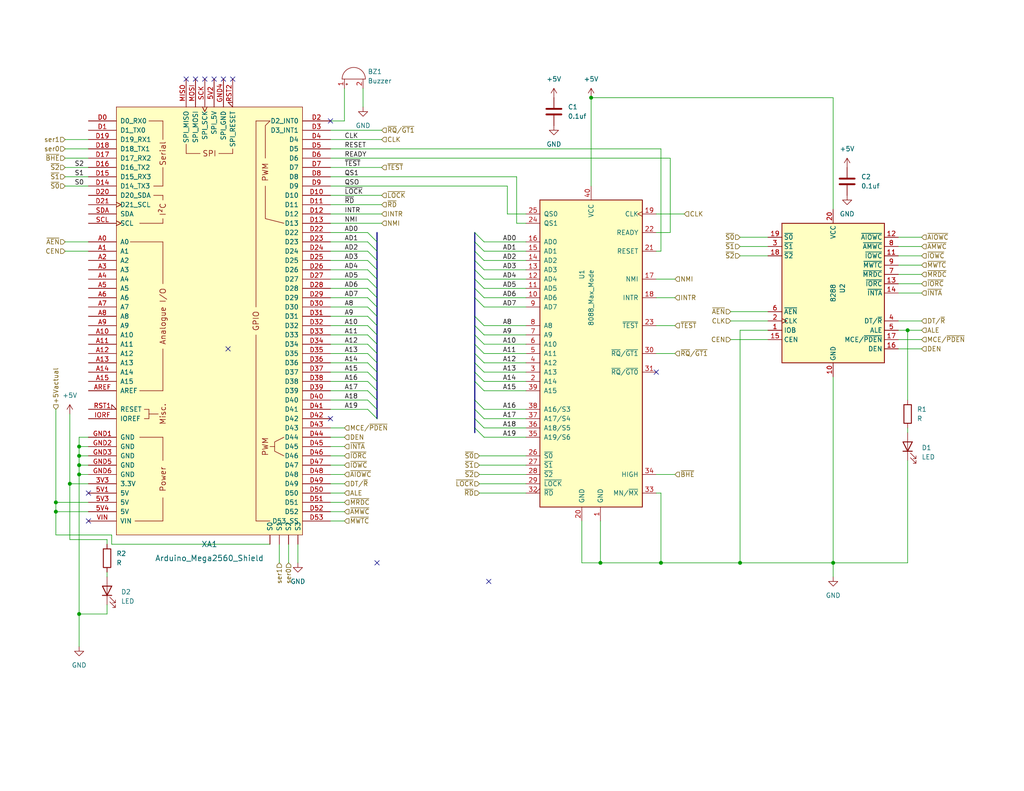
<source format=kicad_sch>
(kicad_sch (version 20211123) (generator eeschema)
  (paper "USLetter")
  (title_block (title "Arduino8088") (date "2024-05-07") (rev "v1.1"))
  (lib_symbols
    (symbol "Arduino_Library:Arduino_Mega2560_Shield" (pin_names (offset 1.016))
      (property "Reference" "XA1" (at 0 -60.96 0))
      (property "Value" "Arduino_Mega2560_Shield" (at 0 -64.77 0))
      (symbol "Arduino_Mega2560_Shield_0_0"
        (text "Analogue I/O" (at -12.7 1.27 900) (effects (font (size 1.524 1.524))))
        (text "I²C" (at -12.7 30.48 900) (effects (font (size 1.524 1.524))))
        (text "Misc." (at -12.7 -25.4 900) (effects (font (size 1.524 1.524))))
        (text "Power" (at -12.7 -43.18 900) (effects (font (size 1.524 1.524))))
        (text "PWM" (at 15.24 -34.29 900) (effects (font (size 1.524 1.524))))
        (text "PWM" (at 15.24 40.64 900) (effects (font (size 1.524 1.524))))
        (text "Serial" (at -12.7 45.72 900) (effects (font (size 1.524 1.524))))
        (text "SPI" (at 0 45.72 0) (effects (font (size 1.524 1.524))))
      )
      (symbol "Arduino_Mega2560_Shield_1_0"
        (text "GPIO" (at 12.7 0 900) (effects (font (size 1.524 1.524))))
      )
      (symbol "Arduino_Mega2560_Shield_1_1"
        (pin power_in line (at 16.51 -60.96 90) (length 2.54) (name "S0") (number ""))
        (pin bidirectional line (at 19.05 -60.96 90) (length 2.54) (name "S1") (number ""))
        (pin bidirectional line (at 21.59 -60.96 90) (length 2.54) (name "S2") (number ""))
        (pin power_in line (at 24.13 -60.96 90) (length 2.54) (name "S3") (number ""))
        (pin power_out line (at -33.02 -44.45 0) (length 7.62) (name "3.3V") (number "3V3"))
        (pin power_in line (at -33.02 -46.99 0) (length 7.62) (name "5V") (number "5V1"))
        (pin power_in line (at 1.27 66.04 270) (length 7.62) (name "SPI_5V") (number "5V2"))
        (pin power_in line (at -33.02 -49.53 0) (length 7.62) (name "5V") (number "5V3"))
        (pin power_in line (at -33.02 -52.07 0) (length 7.62) (name "5V") (number "5V4"))
        (pin bidirectional line (at -33.02 21.59 0) (length 7.62) (name "A0") (number "A0"))
        (pin bidirectional line (at -33.02 19.05 0) (length 7.62) (name "A1") (number "A1"))
        (pin bidirectional line (at -33.02 -3.81 0) (length 7.62) (name "A10") (number "A10"))
        (pin bidirectional line (at -33.02 -6.35 0) (length 7.62) (name "A11") (number "A11"))
        (pin bidirectional line (at -33.02 -8.89 0) (length 7.62) (name "A12") (number "A12"))
        (pin bidirectional line (at -33.02 -11.43 0) (length 7.62) (name "A13") (number "A13"))
        (pin bidirectional line (at -33.02 -13.97 0) (length 7.62) (name "A14") (number "A14"))
        (pin bidirectional line (at -33.02 -16.51 0) (length 7.62) (name "A15") (number "A15"))
        (pin bidirectional line (at -33.02 16.51 0) (length 7.62) (name "A2") (number "A2"))
        (pin bidirectional line (at -33.02 13.97 0) (length 7.62) (name "A3") (number "A3"))
        (pin bidirectional line (at -33.02 11.43 0) (length 7.62) (name "A4") (number "A4"))
        (pin bidirectional line (at -33.02 8.89 0) (length 7.62) (name "A5") (number "A5"))
        (pin bidirectional line (at -33.02 6.35 0) (length 7.62) (name "A6") (number "A6"))
        (pin bidirectional line (at -33.02 3.81 0) (length 7.62) (name "A7") (number "A7"))
        (pin bidirectional line (at -33.02 1.27 0) (length 7.62) (name "A8") (number "A8"))
        (pin bidirectional line (at -33.02 -1.27 0) (length 7.62) (name "A9") (number "A9"))
        (pin input line (at -33.02 -19.05 0) (length 7.62) (name "AREF") (number "AREF"))
        (pin bidirectional line (at -33.02 54.61 0) (length 7.62) (name "D0_RX0") (number "D0"))
        (pin bidirectional line (at -33.02 52.07 0) (length 7.62) (name "D1_TX0") (number "D1"))
        (pin bidirectional line (at 33.02 34.29 180) (length 7.62) (name "D10") (number "D10"))
        (pin bidirectional line (at 33.02 31.75 180) (length 7.62) (name "D11") (number "D11"))
        (pin bidirectional line (at 33.02 29.21 180) (length 7.62) (name "D12") (number "D12"))
        (pin bidirectional line (at 33.02 26.67 180) (length 7.62) (name "D13") (number "D13"))
        (pin bidirectional line (at -33.02 36.83 0) (length 7.62) (name "D14_TX3") (number "D14"))
        (pin bidirectional line (at -33.02 39.37 0) (length 7.62) (name "D15_RX3") (number "D15"))
        (pin bidirectional line (at -33.02 41.91 0) (length 7.62) (name "D16_TX2") (number "D16"))
        (pin bidirectional line (at -33.02 44.45 0) (length 7.62) (name "D17_RX2") (number "D17"))
        (pin bidirectional line (at -33.02 46.99 0) (length 7.62) (name "D18_TX1") (number "D18"))
        (pin bidirectional line (at -33.02 49.53 0) (length 7.62) (name "D19_RX1") (number "D19"))
        (pin bidirectional line (at 33.02 54.61 180) (length 7.62) (name "D2_INT0") (number "D2"))
        (pin bidirectional line (at -33.02 34.29 0) (length 7.62) (name "D20_SDA") (number "D20"))
        (pin bidirectional clock (at -33.02 31.75 0) (length 7.62) (name "D21_SCL") (number "D21"))
        (pin bidirectional line (at 33.02 24.13 180) (length 7.62) (name "D22") (number "D22"))
        (pin bidirectional line (at 33.02 21.59 180) (length 7.62) (name "D23") (number "D23"))
        (pin bidirectional line (at 33.02 19.05 180) (length 7.62) (name "D24") (number "D24"))
        (pin bidirectional line (at 33.02 16.51 180) (length 7.62) (name "D25") (number "D25"))
        (pin bidirectional line (at 33.02 13.97 180) (length 7.62) (name "D26") (number "D26"))
        (pin bidirectional line (at 33.02 11.43 180) (length 7.62) (name "D27") (number "D27"))
        (pin bidirectional line (at 33.02 8.89 180) (length 7.62) (name "D28") (number "D28"))
        (pin bidirectional line (at 33.02 6.35 180) (length 7.62) (name "D29") (number "D29"))
        (pin bidirectional line (at 33.02 52.07 180) (length 7.62) (name "D3_INT1") (number "D3"))
        (pin bidirectional line (at 33.02 3.81 180) (length 7.62) (name "D30") (number "D30"))
        (pin bidirectional line (at 33.02 1.27 180) (length 7.62) (name "D31") (number "D31"))
        (pin bidirectional line (at 33.02 -1.27 180) (length 7.62) (name "D32") (number "D32"))
        (pin bidirectional line (at 33.02 -3.81 180) (length 7.62) (name "D33") (number "D33"))
        (pin bidirectional line (at 33.02 -6.35 180) (length 7.62) (name "D34") (number "D34"))
        (pin bidirectional line (at 33.02 -8.89 180) (length 7.62) (name "D35") (number "D35"))
        (pin bidirectional line (at 33.02 -11.43 180) (length 7.62) (name "D36") (number "D36"))
        (pin bidirectional line (at 33.02 -13.97 180) (length 7.62) (name "D37") (number "D37"))
        (pin bidirectional line (at 33.02 -16.51 180) (length 7.62) (name "D38") (number "D38"))
        (pin bidirectional line (at 33.02 -19.05 180) (length 7.62) (name "D39") (number "D39"))
        (pin bidirectional line (at 33.02 49.53 180) (length 7.62) (name "D4") (number "D4"))
        (pin bidirectional line (at 33.02 -21.59 180) (length 7.62) (name "D40") (number "D40"))
        (pin bidirectional line (at 33.02 -24.13 180) (length 7.62) (name "D41") (number "D41"))
        (pin bidirectional line (at 33.02 -26.67 180) (length 7.62) (name "D42") (number "D42"))
        (pin bidirectional line (at 33.02 -29.21 180) (length 7.62) (name "D43") (number "D43"))
        (pin bidirectional line (at 33.02 -31.75 180) (length 7.62) (name "D44") (number "D44"))
        (pin bidirectional line (at 33.02 -34.29 180) (length 7.62) (name "D45") (number "D45"))
        (pin bidirectional line (at 33.02 -36.83 180) (length 7.62) (name "D46") (number "D46"))
        (pin bidirectional line (at 33.02 -39.37 180) (length 7.62) (name "D47") (number "D47"))
        (pin bidirectional line (at 33.02 -41.91 180) (length 7.62) (name "D48") (number "D48"))
        (pin bidirectional line (at 33.02 -44.45 180) (length 7.62) (name "D49") (number "D49"))
        (pin bidirectional line (at 33.02 46.99 180) (length 7.62) (name "D5") (number "D5"))
        (pin bidirectional line (at 33.02 -46.99 180) (length 7.62) (name "D50") (number "D50"))
        (pin bidirectional line (at 33.02 -49.53 180) (length 7.62) (name "D51") (number "D51"))
        (pin bidirectional line (at 33.02 -52.07 180) (length 7.62) (name "D52") (number "D52"))
        (pin bidirectional line (at 33.02 -54.61 180) (length 7.62) (name "D53_SS") (number "D53"))
        (pin bidirectional line (at 33.02 44.45 180) (length 7.62) (name "D6") (number "D6"))
        (pin bidirectional line (at 33.02 41.91 180) (length 7.62) (name "D7") (number "D7"))
        (pin bidirectional line (at 33.02 39.37 180) (length 7.62) (name "D8") (number "D8"))
        (pin bidirectional line (at 33.02 36.83 180) (length 7.62) (name "D9") (number "D9"))
        (pin power_in line (at -33.02 -31.75 0) (length 7.62) (name "GND") (number "GND1"))
        (pin power_in line (at -33.02 -34.29 0) (length 7.62) (name "GND") (number "GND2"))
        (pin power_in line (at -33.02 -36.83 0) (length 7.62) (name "GND") (number "GND3"))
        (pin power_in line (at 3.81 66.04 270) (length 7.62) (name "SPI_GND") (number "GND4"))
        (pin power_in line (at -33.02 -39.37 0) (length 7.62) (name "GND") (number "GND5"))
        (pin power_in line (at -33.02 -41.91 0) (length 7.62) (name "GND") (number "GND6"))
        (pin output line (at -33.02 -26.67 0) (length 7.62) (name "IOREF") (number "IORF"))
        (pin input line (at -6.35 66.04 270) (length 7.62) (name "SPI_MISO") (number "MISO"))
        (pin output line (at -3.81 66.04 270) (length 7.62) (name "SPI_MOSI") (number "MOSI"))
        (pin open_collector input_low (at -33.02 -24.13 0) (length 7.62) (name "RESET") (number "RST1"))
        (pin open_collector input_low (at 6.35 66.04 270) (length 7.62) (name "SPI_RESET") (number "RST2"))
        (pin output clock (at -1.27 66.04 270) (length 7.62) (name "SPI_SCK") (number "SCK"))
        (pin bidirectional clock (at -33.02 26.67 0) (length 7.62) (name "SCL") (number "SCL"))
        (pin bidirectional line (at -33.02 29.21 0) (length 7.62) (name "SDA") (number "SDA"))
        (pin power_in line (at -33.02 -54.61 0) (length 7.62) (name "VIN") (number "VIN"))
      )
    )
    (symbol "Device:Buzzer" (pin_names (offset 0.0254) hide)
      (property "Reference" "BZ" (at 3.81 1.27 0))
      (property "Value" "Buzzer" (at 3.81 -1.27 0))
      (symbol "Buzzer_1_1"
        (pin passive line (at -2.54 2.54 0) (length 2.54) (name "-") (number "1"))
        (pin passive line (at -2.54 -2.54 0) (length 2.54) (name "+") (number "2"))
      )
    )
    (symbol "Device:C" (pin_numbers hide) (pin_names (offset 0.254))
      (property "Reference" "C" (at 0.635 2.54 0))
      (property "Value" "C" (at 0.635 -2.54 0))
      (symbol "C_1_1"
        (pin passive line (at 0 3.81 270) (length 2.794) (name "~") (number "1"))
        (pin passive line (at 0 -3.81 90) (length 2.794) (name "~") (number "2"))
      )
    )
    (symbol "Device:LED" (pin_numbers hide) (pin_names (offset 1.016) hide)
      (property "Reference" "D" (at 0 2.54 0))
      (property "Value" "LED" (at 0 -2.54 0))
      (symbol "LED_1_1"
        (pin passive line (at -3.81 0 0) (length 2.54) (name "K") (number "1"))
        (pin passive line (at 3.81 0 180) (length 2.54) (name "A") (number "2"))
      )
    )
    (symbol "Device:R" (pin_numbers hide) (pin_names (offset 0))
      (property "Reference" "R" (at 2.032 0 90))
      (property "Value" "R" (at 0 0 90))
      (symbol "R_1_1"
        (pin passive line (at 0 3.81 270) (length 1.27) (name "~") (number "1"))
        (pin passive line (at 0 -3.81 90) (length 1.27) (name "~") (number "2"))
      )
    )
    (symbol "Interface:8288"
      (property "Reference" "U" (at -13.97 20.32 0))
      (property "Value" "8288" (at 8.89 20.32 0))
      (symbol "8288_1_1"
        (pin input line (at -17.78 -10.16 0) (length 3.81) (name "IOB") (number "1"))
        (pin power_in line (at 0 -22.86 90) (length 3.81) (name "GND") (number "10"))
        (pin tri_state line (at 17.78 10.16 180) (length 3.81) (name "~{IOWC}") (number "11"))
        (pin tri_state line (at 17.78 15.24 180) (length 3.81) (name "~{AIOWC}") (number "12"))
        (pin tri_state line (at 17.78 2.54 180) (length 3.81) (name "~{IORC}") (number "13"))
        (pin tri_state line (at 17.78 0 180) (length 3.81) (name "~{INTA}") (number "14"))
        (pin input line (at -17.78 -12.7 0) (length 3.81) (name "CEN") (number "15"))
        (pin output line (at 17.78 -15.24 180) (length 3.81) (name "DEN") (number "16"))
        (pin output line (at 17.78 -12.7 180) (length 3.81) (name "MCE/~{PDEN}") (number "17"))
        (pin input line (at -17.78 10.16 0) (length 3.81) (name "~{S2}") (number "18"))
        (pin input line (at -17.78 15.24 0) (length 3.81) (name "~{S0}") (number "19"))
        (pin input clock (at -17.78 -7.62 0) (length 3.81) (name "CLK") (number "2"))
        (pin power_in line (at 0 22.86 270) (length 3.81) (name "VCC") (number "20"))
        (pin input line (at -17.78 12.7 0) (length 3.81) (name "~{S1}") (number "3"))
        (pin output line (at 17.78 -7.62 180) (length 3.81) (name "DT/~{R}") (number "4"))
        (pin output line (at 17.78 -10.16 180) (length 3.81) (name "ALE") (number "5"))
        (pin input line (at -17.78 -5.08 0) (length 3.81) (name "~{AEN}") (number "6"))
        (pin tri_state line (at 17.78 5.08 180) (length 3.81) (name "~{MRDC}") (number "7"))
        (pin tri_state line (at 17.78 12.7 180) (length 3.81) (name "~{AMWC}") (number "8"))
        (pin tri_state line (at 17.78 7.62 180) (length 3.81) (name "~{MWTC}") (number "9"))
      )
    )
    (symbol "MCU_Intel:8088_Max_Mode" (pin_names (offset 1.016))
      (property "Reference" "U" (at -12.7 43.18 0))
      (property "Value" "8088_Max_Mode" (at 10.16 43.18 0))
      (symbol "8088_Max_Mode_1_1"
        (pin power_in line (at -2.54 -45.72 90) (length 3.81) (name "GND") (number "1"))
        (pin bidirectional line (at 17.78 15.24 180) (length 3.81) (name "AD6") (number "10"))
        (pin bidirectional line (at 17.78 17.78 180) (length 3.81) (name "AD5") (number "11"))
        (pin bidirectional line (at 17.78 20.32 180) (length 3.81) (name "AD4") (number "12"))
        (pin bidirectional line (at 17.78 22.86 180) (length 3.81) (name "AD3") (number "13"))
        (pin bidirectional line (at 17.78 25.4 180) (length 3.81) (name "AD2") (number "14"))
        (pin bidirectional line (at 17.78 27.94 180) (length 3.81) (name "AD1") (number "15"))
        (pin bidirectional line (at 17.78 30.48 180) (length 3.81) (name "AD0") (number "16"))
        (pin input line (at -17.78 20.32 0) (length 3.81) (name "NMI") (number "17"))
        (pin input line (at -17.78 15.24 0) (length 3.81) (name "INTR") (number "18"))
        (pin input clock (at -17.78 38.1 0) (length 3.81) (name "CLK") (number "19"))
        (pin output line (at 17.78 -7.62 180) (length 3.81) (name "A14") (number "2"))
        (pin power_in line (at 2.54 -45.72 90) (length 3.81) (name "GND") (number "20"))
        (pin input line (at -17.78 27.94 0) (length 3.81) (name "RESET") (number "21"))
        (pin input line (at -17.78 33.02 0) (length 3.81) (name "READY") (number "22"))
        (pin input line (at -17.78 7.62 0) (length 3.81) (name "~{TEST}") (number "23"))
        (pin output line (at 17.78 35.56 180) (length 3.81) (name "QS1") (number "24"))
        (pin output line (at 17.78 38.1 180) (length 3.81) (name "QS0") (number "25"))
        (pin output line (at 17.78 -27.94 180) (length 3.81) (name "~{S0}") (number "26"))
        (pin output line (at 17.78 -30.48 180) (length 3.81) (name "~{S1}") (number "27"))
        (pin output line (at 17.78 -33.02 180) (length 3.81) (name "~{S2}") (number "28"))
        (pin output line (at 17.78 -35.56 180) (length 3.81) (name "~{LOCK}") (number "29"))
        (pin output line (at 17.78 -5.08 180) (length 3.81) (name "A13") (number "3"))
        (pin bidirectional line (at -17.78 0 0) (length 3.81) (name "~{RQ}/~{GT1}") (number "30"))
        (pin bidirectional line (at -17.78 -5.08 0) (length 3.81) (name "~{RQ}/~{GT0}") (number "31"))
        (pin output output_low (at 17.78 -38.1 180) (length 3.81) (name "~{RD}") (number "32"))
        (pin input line (at -17.78 -38.1 0) (length 3.81) (name "MN/~{MX}") (number "33"))
        (pin output line (at -17.78 -33.02 0) (length 3.81) (name "HIGH") (number "34"))
        (pin output line (at 17.78 -22.86 180) (length 3.81) (name "A19/S6") (number "35"))
        (pin output line (at 17.78 -20.32 180) (length 3.81) (name "A18/S5") (number "36"))
        (pin output line (at 17.78 -17.78 180) (length 3.81) (name "A17/S4") (number "37"))
        (pin output line (at 17.78 -15.24 180) (length 3.81) (name "A16/S3") (number "38"))
        (pin output line (at 17.78 -10.16 180) (length 3.81) (name "A15") (number "39"))
        (pin output line (at 17.78 -2.54 180) (length 3.81) (name "A12") (number "4"))
        (pin power_in line (at 0 45.72 270) (length 3.81) (name "VCC") (number "40"))
        (pin output line (at 17.78 0 180) (length 3.81) (name "A11") (number "5"))
        (pin output line (at 17.78 2.54 180) (length 3.81) (name "A10") (number "6"))
        (pin output line (at 17.78 5.08 180) (length 3.81) (name "A9") (number "7"))
        (pin output line (at 17.78 7.62 180) (length 3.81) (name "A8") (number "8"))
        (pin bidirectional line (at 17.78 12.7 180) (length 3.81) (name "AD7") (number "9"))
      )
    )
    (symbol "logo:LOGO" (pin_names (offset 1.016)))
    (symbol "power:+5V" (power) (pin_names (offset 0))
      (property "Value" "+5V" (at 0 3.556 0))
      (symbol "+5V_1_1"
        (pin power_in line (at 0 0 90) (length 0) hide (name "+5V") (number "1"))
      )
    )
    (symbol "power:GND" (power) (pin_names (offset 0))
      (property "Value" "GND" (at 0 -3.81 0))
      (symbol "GND_1_1"
        (pin power_in line (at 0 0 270) (length 0) hide (name "GND") (number "1"))
      )
    )
  )
  (junction (at 180.34 153.67))
  (junction (at 21.59 121.92))
  (junction (at 201.93 153.67))
  (junction (at 21.59 129.54))
  (junction (at 21.59 167.64))
  (junction (at 227.33 153.67))
  (junction (at 19.05 132.08))
  (junction (at 15.24 137.16))
  (junction (at 15.24 139.7))
  (junction (at 21.59 127))
  (junction (at 161.29 26.67))
  (junction (at 21.59 124.46))
  (junction (at 163.83 153.67))
  (junction (at 247.65 90.17))
  (no_connect (at 90.17 33.02))
  (no_connect (at 179.07 101.6))
  (no_connect (at 50.8 21.59))
  (no_connect (at 53.34 21.59))
  (no_connect (at 55.88 21.59))
  (no_connect (at 24.13 134.62))
  (no_connect (at 133.35 158.75))
  (no_connect (at 102.87 153.67))
  (no_connect (at 62.23 95.25))
  (no_connect (at 90.17 114.3))
  (no_connect (at 24.13 142.24))
  (no_connect (at 58.42 21.59))
  (no_connect (at 60.96 21.59))
  (no_connect (at 63.5 21.59))
  (bus_entry (at 102.87 114.3) (size -2.54 -2.54))
  (bus_entry (at 102.87 101.6) (size -2.54 -2.54))
  (bus_entry (at 102.87 104.14) (size -2.54 -2.54))
  (bus_entry (at 102.87 99.06) (size -2.54 -2.54))
  (bus_entry (at 102.87 106.68) (size -2.54 -2.54))
  (bus_entry (at 102.87 111.76) (size -2.54 -2.54))
  (bus_entry (at 102.87 109.22) (size -2.54 -2.54))
  (bus_entry (at 102.87 81.28) (size -2.54 -2.54))
  (bus_entry (at 102.87 83.82) (size -2.54 -2.54))
  (bus_entry (at 102.87 86.36) (size -2.54 -2.54))
  (bus_entry (at 102.87 88.9) (size -2.54 -2.54))
  (bus_entry (at 102.87 66.04) (size -2.54 -2.54))
  (bus_entry (at 102.87 68.58) (size -2.54 -2.54))
  (bus_entry (at 102.87 71.12) (size -2.54 -2.54))
  (bus_entry (at 102.87 73.66) (size -2.54 -2.54))
  (bus_entry (at 102.87 76.2) (size -2.54 -2.54))
  (bus_entry (at 102.87 78.74) (size -2.54 -2.54))
  (bus_entry (at 102.87 91.44) (size -2.54 -2.54))
  (bus_entry (at 102.87 93.98) (size -2.54 -2.54))
  (bus_entry (at 102.87 96.52) (size -2.54 -2.54))
  (bus_entry (at 129.54 63.5) (size 2.54 2.54))
  (bus_entry (at 129.54 66.04) (size 2.54 2.54))
  (bus_entry (at 129.54 68.58) (size 2.54 2.54))
  (bus_entry (at 129.54 71.12) (size 2.54 2.54))
  (bus_entry (at 129.54 73.66) (size 2.54 2.54))
  (bus_entry (at 129.54 76.2) (size 2.54 2.54))
  (bus_entry (at 129.54 78.74) (size 2.54 2.54))
  (bus_entry (at 129.54 81.28) (size 2.54 2.54))
  (bus_entry (at 129.54 86.36) (size 2.54 2.54))
  (bus_entry (at 129.54 88.9) (size 2.54 2.54))
  (bus_entry (at 129.54 91.44) (size 2.54 2.54))
  (bus_entry (at 129.54 93.98) (size 2.54 2.54))
  (bus_entry (at 129.54 96.52) (size 2.54 2.54))
  (bus_entry (at 129.54 99.06) (size 2.54 2.54))
  (bus_entry (at 129.54 101.6) (size 2.54 2.54))
  (bus_entry (at 129.54 104.14) (size 2.54 2.54))
  (bus_entry (at 129.54 116.84) (size 2.54 2.54))
  (bus_entry (at 129.54 109.22) (size 2.54 2.54))
  (bus_entry (at 129.54 111.76) (size 2.54 2.54))
  (bus_entry (at 129.54 114.3) (size 2.54 2.54))
  (wire (pts (xy 158.75 153.67) (xy 163.83 153.67)))
  (wire (pts (xy 163.83 142.24) (xy 163.83 153.67)))
  (wire (pts (xy 245.11 74.93) (xy 251.46 74.93)))
  (wire (pts (xy 90.17 134.62) (xy 93.98 134.62)))
  (wire (pts (xy 19.05 113.03) (xy 19.05 132.08)))
  (wire (pts (xy 81.28 148.59) (xy 81.28 153.67)))
  (bus (pts (xy 129.54 73.66) (xy 129.54 76.2)))
  (wire (pts (xy 29.21 147.32) (xy 29.21 148.59)))
  (wire (pts (xy 90.17 83.82) (xy 100.33 83.82)))
  (bus (pts (xy 102.87 81.28) (xy 102.87 83.82)))
  (wire (pts (xy 17.78 38.1) (xy 24.13 38.1)))
  (bus (pts (xy 102.87 86.36) (xy 102.87 88.9)))
  (wire (pts (xy 90.17 81.28) (xy 100.33 81.28)))
  (wire (pts (xy 19.05 132.08) (xy 24.13 132.08)))
  (bus (pts (xy 102.87 76.2) (xy 102.87 78.74)))
  (wire (pts (xy 158.75 142.24) (xy 158.75 153.67)))
  (wire (pts (xy 199.39 85.09) (xy 209.55 85.09)))
  (wire (pts (xy 132.08 76.2) (xy 143.51 76.2)))
  (wire (pts (xy 130.81 129.54) (xy 143.51 129.54)))
  (wire (pts (xy 90.17 127) (xy 93.98 127)))
  (wire (pts (xy 90.17 53.34) (xy 104.14 53.34)))
  (wire (pts (xy 90.17 38.1) (xy 104.14 38.1)))
  (wire (pts (xy 245.11 80.01) (xy 251.46 80.01)))
  (wire (pts (xy 227.33 102.87) (xy 227.33 153.67)))
  (wire (pts (xy 90.17 43.18) (xy 182.88 43.18)))
  (wire (pts (xy 90.17 55.88) (xy 104.14 55.88)))
  (wire (pts (xy 21.59 127) (xy 24.13 127)))
  (wire (pts (xy 132.08 66.04) (xy 143.51 66.04)))
  (wire (pts (xy 90.17 86.36) (xy 100.33 86.36)))
  (wire (pts (xy 90.17 142.24) (xy 93.98 142.24)))
  (wire (pts (xy 21.59 167.64) (xy 21.59 176.53)))
  (bus (pts (xy 129.54 91.44) (xy 129.54 93.98)))
  (bus (pts (xy 102.87 71.12) (xy 102.87 73.66)))
  (wire (pts (xy 15.24 137.16) (xy 15.24 139.7)))
  (bus (pts (xy 129.54 63.5) (xy 129.54 66.04)))
  (wire (pts (xy 247.65 125.73) (xy 247.65 153.67)))
  (wire (pts (xy 90.17 33.02) (xy 93.98 33.02)))
  (wire (pts (xy 247.65 116.84) (xy 247.65 118.11)))
  (wire (pts (xy 132.08 91.44) (xy 143.51 91.44)))
  (wire (pts (xy 29.21 167.64) (xy 21.59 167.64)))
  (wire (pts (xy 179.07 58.42) (xy 186.69 58.42)))
  (wire (pts (xy 132.08 116.84) (xy 143.51 116.84)))
  (wire (pts (xy 245.11 92.71) (xy 251.46 92.71)))
  (wire (pts (xy 29.21 165.1) (xy 29.21 167.64)))
  (wire (pts (xy 201.93 69.85) (xy 209.55 69.85)))
  (wire (pts (xy 132.08 68.58) (xy 143.51 68.58)))
  (wire (pts (xy 227.33 153.67) (xy 227.33 157.48)))
  (wire (pts (xy 245.11 72.39) (xy 251.46 72.39)))
  (wire (pts (xy 90.17 121.92) (xy 93.98 121.92)))
  (bus (pts (xy 129.54 66.04) (xy 129.54 68.58)))
  (wire (pts (xy 245.11 67.31) (xy 251.46 67.31)))
  (bus (pts (xy 129.54 96.52) (xy 129.54 99.06)))
  (wire (pts (xy 132.08 88.9) (xy 143.51 88.9)))
  (wire (pts (xy 161.29 26.67) (xy 161.29 50.8)))
  (bus (pts (xy 102.87 104.14) (xy 102.87 106.68)))
  (wire (pts (xy 245.11 87.63) (xy 251.46 87.63)))
  (bus (pts (xy 102.87 111.76) (xy 102.87 114.3)))
  (wire (pts (xy 161.29 26.67) (xy 227.33 26.67)))
  (wire (pts (xy 90.17 99.06) (xy 100.33 99.06)))
  (wire (pts (xy 21.59 121.92) (xy 21.59 124.46)))
  (wire (pts (xy 247.65 90.17) (xy 247.65 109.22)))
  (bus (pts (xy 102.87 88.9) (xy 102.87 91.44)))
  (wire (pts (xy 93.98 24.13) (xy 93.98 33.02)))
  (wire (pts (xy 90.17 91.44) (xy 100.33 91.44)))
  (wire (pts (xy 130.81 134.62) (xy 143.51 134.62)))
  (wire (pts (xy 90.17 93.98) (xy 100.33 93.98)))
  (wire (pts (xy 29.21 156.21) (xy 29.21 157.48)))
  (wire (pts (xy 90.17 66.04) (xy 100.33 66.04)))
  (bus (pts (xy 102.87 101.6) (xy 102.87 104.14)))
  (wire (pts (xy 21.59 119.38) (xy 21.59 121.92)))
  (bus (pts (xy 102.87 99.06) (xy 102.87 101.6)))
  (wire (pts (xy 132.08 81.28) (xy 143.51 81.28)))
  (wire (pts (xy 19.05 147.32) (xy 29.21 147.32)))
  (bus (pts (xy 129.54 81.28) (xy 129.54 86.36)))
  (wire (pts (xy 90.17 139.7) (xy 93.98 139.7)))
  (wire (pts (xy 90.17 119.38) (xy 93.98 119.38)))
  (wire (pts (xy 90.17 124.46) (xy 93.98 124.46)))
  (wire (pts (xy 90.17 35.56) (xy 104.14 35.56)))
  (wire (pts (xy 17.78 50.8) (xy 24.13 50.8)))
  (wire (pts (xy 17.78 66.04) (xy 24.13 66.04)))
  (wire (pts (xy 90.17 48.26) (xy 140.97 48.26)))
  (wire (pts (xy 17.78 45.72) (xy 24.13 45.72)))
  (wire (pts (xy 90.17 96.52) (xy 100.33 96.52)))
  (wire (pts (xy 179.07 68.58) (xy 180.34 68.58)))
  (wire (pts (xy 90.17 116.84) (xy 93.98 116.84)))
  (wire (pts (xy 180.34 153.67) (xy 201.93 153.67)))
  (wire (pts (xy 15.24 111.76) (xy 15.24 137.16)))
  (bus (pts (xy 102.87 78.74) (xy 102.87 81.28)))
  (wire (pts (xy 247.65 90.17) (xy 251.46 90.17)))
  (wire (pts (xy 90.17 60.96) (xy 104.14 60.96)))
  (wire (pts (xy 180.34 134.62) (xy 180.34 153.67)))
  (bus (pts (xy 102.87 109.22) (xy 102.87 111.76)))
  (wire (pts (xy 138.43 50.8) (xy 138.43 58.42)))
  (wire (pts (xy 245.11 64.77) (xy 251.46 64.77)))
  (wire (pts (xy 132.08 71.12) (xy 143.51 71.12)))
  (wire (pts (xy 245.11 90.17) (xy 247.65 90.17)))
  (bus (pts (xy 129.54 88.9) (xy 129.54 91.44)))
  (bus (pts (xy 129.54 93.98) (xy 129.54 96.52)))
  (wire (pts (xy 180.34 40.64) (xy 180.34 68.58)))
  (wire (pts (xy 132.08 106.68) (xy 143.51 106.68)))
  (wire (pts (xy 15.24 146.05) (xy 15.24 139.7)))
  (wire (pts (xy 21.59 127) (xy 21.59 129.54)))
  (wire (pts (xy 132.08 73.66) (xy 143.51 73.66)))
  (wire (pts (xy 90.17 109.22) (xy 100.33 109.22)))
  (wire (pts (xy 132.08 99.06) (xy 143.51 99.06)))
  (wire (pts (xy 19.05 132.08) (xy 19.05 147.32)))
  (wire (pts (xy 199.39 92.71) (xy 209.55 92.71)))
  (wire (pts (xy 24.13 137.16) (xy 15.24 137.16)))
  (wire (pts (xy 30.48 146.05) (xy 15.24 146.05)))
  (wire (pts (xy 132.08 96.52) (xy 143.51 96.52)))
  (wire (pts (xy 179.07 96.52) (xy 184.15 96.52)))
  (wire (pts (xy 90.17 129.54) (xy 93.98 129.54)))
  (wire (pts (xy 90.17 111.76) (xy 100.33 111.76)))
  (bus (pts (xy 129.54 109.22) (xy 129.54 111.76)))
  (wire (pts (xy 201.93 153.67) (xy 227.33 153.67)))
  (wire (pts (xy 227.33 57.15) (xy 227.33 26.67)))
  (bus (pts (xy 129.54 68.58) (xy 129.54 71.12)))
  (wire (pts (xy 201.93 90.17) (xy 209.55 90.17)))
  (wire (pts (xy 90.17 137.16) (xy 93.98 137.16)))
  (bus (pts (xy 129.54 111.76) (xy 129.54 114.3)))
  (wire (pts (xy 179.07 129.54) (xy 184.15 129.54)))
  (wire (pts (xy 179.07 81.28) (xy 184.15 81.28)))
  (wire (pts (xy 90.17 45.72) (xy 104.14 45.72)))
  (wire (pts (xy 17.78 40.64) (xy 24.13 40.64)))
  (bus (pts (xy 129.54 78.74) (xy 129.54 81.28)))
  (wire (pts (xy 21.59 129.54) (xy 21.59 167.64)))
  (wire (pts (xy 201.93 90.17) (xy 201.93 153.67)))
  (wire (pts (xy 199.39 87.63) (xy 209.55 87.63)))
  (wire (pts (xy 132.08 111.76) (xy 143.51 111.76)))
  (wire (pts (xy 132.08 104.14) (xy 143.51 104.14)))
  (wire (pts (xy 73.66 148.59) (xy 30.48 148.59)))
  (wire (pts (xy 90.17 71.12) (xy 100.33 71.12)))
  (bus (pts (xy 102.87 63.5) (xy 102.87 66.04)))
  (bus (pts (xy 129.54 104.14) (xy 129.54 109.22)))
  (wire (pts (xy 21.59 129.54) (xy 24.13 129.54)))
  (wire (pts (xy 140.97 60.96) (xy 143.51 60.96)))
  (wire (pts (xy 90.17 58.42) (xy 104.14 58.42)))
  (wire (pts (xy 179.07 76.2) (xy 184.15 76.2)))
  (wire (pts (xy 132.08 101.6) (xy 143.51 101.6)))
  (bus (pts (xy 129.54 86.36) (xy 129.54 88.9)))
  (bus (pts (xy 129.54 101.6) (xy 129.54 104.14)))
  (bus (pts (xy 129.54 76.2) (xy 129.54 78.74)))
  (wire (pts (xy 21.59 121.92) (xy 24.13 121.92)))
  (wire (pts (xy 132.08 93.98) (xy 143.51 93.98)))
  (wire (pts (xy 90.17 78.74) (xy 100.33 78.74)))
  (wire (pts (xy 140.97 48.26) (xy 140.97 60.96)))
  (wire (pts (xy 17.78 48.26) (xy 24.13 48.26)))
  (wire (pts (xy 130.81 132.08) (xy 143.51 132.08)))
  (wire (pts (xy 132.08 83.82) (xy 143.51 83.82)))
  (wire (pts (xy 15.24 139.7) (xy 24.13 139.7)))
  (wire (pts (xy 90.17 132.08) (xy 93.98 132.08)))
  (wire (pts (xy 138.43 58.42) (xy 143.51 58.42)))
  (wire (pts (xy 132.08 114.3) (xy 143.51 114.3)))
  (wire (pts (xy 21.59 124.46) (xy 21.59 127)))
  (bus (pts (xy 102.87 96.52) (xy 102.87 99.06)))
  (wire (pts (xy 245.11 69.85) (xy 251.46 69.85)))
  (wire (pts (xy 182.88 43.18) (xy 182.88 63.5)))
  (wire (pts (xy 130.81 124.46) (xy 143.51 124.46)))
  (wire (pts (xy 90.17 88.9) (xy 100.33 88.9)))
  (wire (pts (xy 17.78 68.58) (xy 24.13 68.58)))
  (bus (pts (xy 129.54 116.84) (xy 129.54 118.11)))
  (wire (pts (xy 130.81 127) (xy 143.51 127)))
  (wire (pts (xy 245.11 77.47) (xy 251.46 77.47)))
  (wire (pts (xy 90.17 73.66) (xy 100.33 73.66)))
  (wire (pts (xy 90.17 40.64) (xy 180.34 40.64)))
  (wire (pts (xy 90.17 50.8) (xy 138.43 50.8)))
  (wire (pts (xy 90.17 63.5) (xy 100.33 63.5)))
  (bus (pts (xy 102.87 106.68) (xy 102.87 109.22)))
  (wire (pts (xy 90.17 68.58) (xy 100.33 68.58)))
  (wire (pts (xy 179.07 134.62) (xy 180.34 134.62)))
  (wire (pts (xy 17.78 43.18) (xy 24.13 43.18)))
  (wire (pts (xy 163.83 153.67) (xy 180.34 153.67)))
  (wire (pts (xy 90.17 106.68) (xy 100.33 106.68)))
  (wire (pts (xy 99.06 24.13) (xy 99.06 29.21)))
  (bus (pts (xy 102.87 93.98) (xy 102.87 96.52)))
  (wire (pts (xy 201.93 64.77) (xy 209.55 64.77)))
  (bus (pts (xy 102.87 91.44) (xy 102.87 93.98)))
  (wire (pts (xy 179.07 88.9) (xy 184.15 88.9)))
  (wire (pts (xy 90.17 76.2) (xy 100.33 76.2)))
  (bus (pts (xy 129.54 114.3) (xy 129.54 116.84)))
  (wire (pts (xy 21.59 119.38) (xy 24.13 119.38)))
  (wire (pts (xy 76.2 148.59) (xy 76.2 153.67)))
  (bus (pts (xy 102.87 73.66) (xy 102.87 76.2)))
  (wire (pts (xy 201.93 67.31) (xy 209.55 67.31)))
  (wire (pts (xy 132.08 78.74) (xy 143.51 78.74)))
  (wire (pts (xy 90.17 101.6) (xy 100.33 101.6)))
  (bus (pts (xy 102.87 66.04) (xy 102.87 68.58)))
  (wire (pts (xy 179.07 63.5) (xy 182.88 63.5)))
  (wire (pts (xy 132.08 119.38) (xy 143.51 119.38)))
  (wire (pts (xy 30.48 148.59) (xy 30.48 146.05)))
  (bus (pts (xy 102.87 68.58) (xy 102.87 71.12)))
  (bus (pts (xy 129.54 99.06) (xy 129.54 101.6)))
  (wire (pts (xy 227.33 153.67) (xy 247.65 153.67)))
  (wire (pts (xy 78.74 148.59) (xy 78.74 153.67)))
  (wire (pts (xy 21.59 124.46) (xy 24.13 124.46)))
  (wire (pts (xy 245.11 95.25) (xy 251.46 95.25)))
  (wire (pts (xy 90.17 104.14) (xy 100.33 104.14)))
  (bus (pts (xy 102.87 83.82) (xy 102.87 86.36)))
  (bus (pts (xy 129.54 71.12) (xy 129.54 73.66)))
  (label "RESET" (at 93.98 40.64 0))
  (label "A17" (at 137.16 114.3 0))
  (label "A18" (at 137.16 116.84 0))
  (label "AD0" (at 93.98 63.5 0))
  (label "INTR" (at 93.98 58.42 0))
  (label "AD2" (at 93.98 68.58 0))
  (label "A15" (at 93.98 101.6 0))
  (label "A15" (at 137.16 106.68 0))
  (label "A19" (at 93.98 111.76 0))
  (label "AD4" (at 137.16 76.2 0))
  (label "READY" (at 93.98 43.18 0))
  (label "A14" (at 137.16 104.14 0))
  (label "CLK" (at 93.98 38.1 0))
  (label "A12" (at 93.98 93.98 0))
  (label "A9" (at 137.16 91.44 0))
  (label "~{TEST}" (at 93.98 45.72 0))
  (label "A11" (at 137.16 96.52 0))
  (label "AD3" (at 137.16 73.66 0))
  (label "A19" (at 137.16 119.38 0))
  (label "AD4" (at 93.98 73.66 0))
  (label "AD1" (at 93.98 66.04 0))
  (label "A16" (at 93.98 104.14 0))
  (label "AD0" (at 137.16 66.04 0))
  (label "A13" (at 93.98 96.52 0))
  (label "~{LOCK}" (at 93.98 53.34 0))
  (label "A17" (at 93.98 106.68 0))
  (label "A16" (at 137.16 111.76 0))
  (label "QS1" (at 93.98 48.26 0))
  (label "A9" (at 93.98 86.36 0))
  (label "A11" (at 93.98 91.44 0))
  (label "A8" (at 93.98 83.82 0))
  (label "A8" (at 137.16 88.9 0))
  (label "AD7" (at 137.16 83.82 0))
  (label "~{RD}" (at 93.98 55.88 0))
  (label "AD3" (at 93.98 71.12 0))
  (label "NMI" (at 93.98 60.96 0))
  (label "A14" (at 93.98 99.06 0))
  (label "AD1" (at 137.16 68.58 0))
  (label "QSO" (at 93.98 50.8 0))
  (label "A18" (at 93.98 109.22 0))
  (label "A12" (at 137.16 99.06 0))
  (label "A10" (at 93.98 88.9 0))
  (label "AD7" (at 93.98 81.28 0))
  (label "S2" (at 20.32 45.72 0))
  (label "A10" (at 137.16 93.98 0))
  (label "S0" (at 20.32 50.8 0))
  (label "AD5" (at 137.16 78.74 0))
  (label "A13" (at 137.16 101.6 0))
  (label "AD6" (at 137.16 81.28 0))
  (label "AD6" (at 93.98 78.74 0))
  (label "AD5" (at 93.98 76.2 0))
  (label "S1" (at 20.32 48.26 0))
  (label "AD2" (at 137.16 71.12 0))
  (hierarchical_label "CLK" (shape input) (at 199.39 87.63 180))
  (hierarchical_label "~{IORC}" (shape input) (at 251.46 77.47 0))
  (hierarchical_label "~{INTA}" (shape input) (at 251.46 80.01 0))
  (hierarchical_label "~{BHE}" (shape input) (at 184.15 129.54 0))
  (hierarchical_label "+5Vactual" (shape input) (at 15.24 111.76 90))
  (hierarchical_label "~{S2}" (shape input) (at 201.93 69.85 180))
  (hierarchical_label "~{LOCK}" (shape input) (at 104.14 53.34 0))
  (hierarchical_label "~{AIOWC}" (shape input) (at 93.98 129.54 0))
  (hierarchical_label "~{IOWC}" (shape input) (at 93.98 127 0))
  (hierarchical_label "DEN" (shape input) (at 251.46 95.25 0))
  (hierarchical_label "ser1" (shape input) (at 17.78 38.1 180))
  (hierarchical_label "~{AMWC}" (shape input) (at 251.46 67.31 0))
  (hierarchical_label "~{S1}" (shape input) (at 201.93 67.31 180))
  (hierarchical_label "~{RQ}{slash}~{GT1}" (shape input) (at 104.14 35.56 0))
  (hierarchical_label "~{S0}" (shape input) (at 201.93 64.77 180))
  (hierarchical_label "ser1" (shape input) (at 76.2 153.67 270))
  (hierarchical_label "INTR" (shape input) (at 104.14 58.42 0))
  (hierarchical_label "~{AMWC}" (shape input) (at 93.98 139.7 0))
  (hierarchical_label "~{IOWC}" (shape input) (at 251.46 69.85 0))
  (hierarchical_label "~{TEST}" (shape input) (at 184.15 88.9 0))
  (hierarchical_label "~{AEN}" (shape input) (at 17.78 66.04 180))
  (hierarchical_label "~{MRDC}" (shape input) (at 93.98 137.16 0))
  (hierarchical_label "CEN" (shape input) (at 199.39 92.71 180))
  (hierarchical_label "ALE" (shape input) (at 251.46 90.17 0))
  (hierarchical_label "ALE" (shape input) (at 93.98 134.62 0))
  (hierarchical_label "~{S1}" (shape input) (at 17.78 48.26 180))
  (hierarchical_label "NMI" (shape input) (at 184.15 76.2 0))
  (hierarchical_label "~{IORC}" (shape input) (at 93.98 124.46 0))
  (hierarchical_label "DEN" (shape input) (at 93.98 119.38 0))
  (hierarchical_label "~{LOCK}" (shape input) (at 130.81 132.08 180))
  (hierarchical_label "MCE{slash}~{PDEN}" (shape input) (at 93.98 116.84 0))
  (hierarchical_label "ser0" (shape input) (at 17.78 40.64 180))
  (hierarchical_label "DT{slash}~{R}" (shape input) (at 251.46 87.63 0))
  (hierarchical_label "~{RD}" (shape input) (at 130.81 134.62 180))
  (hierarchical_label "~{S2}" (shape input) (at 17.78 45.72 180))
  (hierarchical_label "~{BHE}" (shape input) (at 17.78 43.18 180))
  (hierarchical_label "~{S0}" (shape input) (at 130.81 124.46 180))
  (hierarchical_label "~{S1}" (shape input) (at 130.81 127 180))
  (hierarchical_label "CLK" (shape input) (at 104.14 38.1 0))
  (hierarchical_label "CEN" (shape input) (at 17.78 68.58 180))
  (hierarchical_label "~{RQ}{slash}~{GT1}" (shape input) (at 184.15 96.52 0))
  (hierarchical_label "~{AIOWC}" (shape input) (at 251.46 64.77 0))
  (hierarchical_label "INTR" (shape input) (at 184.15 81.28 0))
  (hierarchical_label "~{AEN}" (shape input) (at 199.39 85.09 180))
  (hierarchical_label "~{MWTC}" (shape input) (at 251.46 72.39 0))
  (hierarchical_label "ser0" (shape input) (at 78.74 153.67 270))
  (hierarchical_label "~{TEST}" (shape input) (at 104.14 45.72 0))
  (hierarchical_label "CLK" (shape input) (at 186.69 58.42 0))
  (hierarchical_label "~{INTA}" (shape input) (at 93.98 121.92 0))
  (hierarchical_label "~{S2}" (shape input) (at 130.81 129.54 180))
  (hierarchical_label "~{S0}" (shape input) (at 17.78 50.8 180))
  (hierarchical_label "DT{slash}~{R}" (shape input) (at 93.98 132.08 0))
  (hierarchical_label "~{RD}" (shape input) (at 104.14 55.88 0))
  (hierarchical_label "~{MWTC}" (shape input) (at 93.98 142.24 0))
  (hierarchical_label "MCE{slash}~{PDEN}" (shape input) (at 251.46 92.71 0))
  (hierarchical_label "NMI" (shape input) (at 104.14 60.96 0))
  (hierarchical_label "~{MRDC}" (shape input) (at 251.46 74.93 0))
  (symbol (lib_id "Device:C") (at 231.14 49.53 0) (unit 1)
    (property "Reference" "C2" (at 234.95 48.2599 0) (effects (justify left)))
    (property "Value" "0.1uf" (at 234.95 50.7999 0) (effects (justify left)))
    (property "Footprint" "Capacitor_SMD:C_0805_2012Metric_Pad1.18x1.45mm_HandSolder" (effects hide))
  )
  (symbol (lib_id "Arduino_Library:Arduino_Mega2560_Shield") (at 57.15 87.63 0) (unit 1)
    (property "Reference" "XA1" (at 57.15 148.59 0) (effects (font (size 1.524 1.524))))
    (property "Value" "Arduino_Mega2560_Shield" (at 57.15 152.4 0) (effects (font (size 1.524 1.524))))
    (property "Footprint" "Arduino_Library:Arduino_Mega2560_Shield" (effects hide))
    (property "Datasheet" "https://store.arduino.cc/products/arduino-mega-2560-rev3" (effects hide))
  )
  (symbol (lib_id "power:GND") (at 227.33 157.48 0) (unit 1)
    (property "Reference" "#PWR0102" (effects hide))
    (property "Value" "GND" (at 227.33 162.56 0))
  )
  (symbol (lib_id "power:+5V") (at 19.05 113.03 0) (unit 1)
    (property "Reference" "#PWR0103" (effects hide))
    (property "Value" "+5V" (at 19.05 107.95 0))
  )
  (symbol (lib_id "power:GND") (at 21.59 176.53 0) (unit 1)
    (property "Reference" "#PWR0101" (effects hide))
    (property "Value" "GND" (at 21.59 181.61 0))
  )
  (symbol (lib_id "Device:R") (at 247.65 113.03 0) (unit 1)
    (property "Reference" "R1" (at 250.19 111.7599 0) (effects (justify left)))
    (property "Value" "R" (at 250.19 114.2999 0) (effects (justify left)))
    (property "Footprint" "Resistor_SMD:R_0805_2012Metric_Pad1.20x1.40mm_HandSolder" (effects hide))
  )
  (symbol (lib_id "MCU_Intel:8088_Max_Mode") (at 161.29 96.52 0) (mirror y) (unit 1)
    (property "Reference" "U1" (at 158.75 74.93 90))
    (property "Value" "8088_Max_Mode" (at 161.29 81.28 90))
    (property "Footprint" "Package_DIP:DIP-40_W15.24mm" (effects hide))
    (property "Datasheet" "http://datasheets.chipdb.org/Intel/x86/808x/datashts/8088/231456-006.pdf" (effects hide))
  )
  (symbol (lib_id "power:GND") (at 231.14 53.34 0) (unit 1)
    (property "Reference" "#PWR0108" (effects hide))
    (property "Value" "GND" (at 231.14 58.42 0))
  )
  (symbol (lib_id "Device:LED") (at 247.65 121.92 90) (unit 1)
    (property "Reference" "D1" (at 251.46 122.2374 90) (effects (justify right)))
    (property "Value" "LED" (at 251.46 124.7774 90) (effects (justify right)))
    (property "Footprint" "LED_SMD:LED_0805_2012Metric_Pad1.15x1.40mm_HandSolder" (effects hide))
  )
  (symbol (lib_id "power:+5V") (at 161.29 26.67 0) (unit 1)
    (property "Reference" "#PWR0104" (effects hide))
    (property "Value" "+5V" (at 161.29 21.59 0))
  )
  (symbol (lib_id "power:GND") (at 81.28 153.67 0) (unit 1)
    (property "Reference" "#PWR0110" (effects hide))
    (property "Value" "GND" (at 81.28 158.75 0))
  )
  (symbol (lib_id "Device:LED") (at 29.21 161.29 90) (unit 1)
    (property "Reference" "D2" (at 33.02 161.6074 90) (effects (justify right)))
    (property "Value" "LED" (at 33.02 164.1474 90) (effects (justify right)))
    (property "Footprint" "LED_SMD:LED_0805_2012Metric_Pad1.15x1.40mm_HandSolder" (effects hide))
  )
  (symbol (lib_id "Device:Buzzer") (at 96.52 21.59 90) (unit 1)
    (property "Reference" "BZ1" (at 100.33 19.5579 90) (effects (justify right)))
    (property "Value" "Buzzer" (at 100.33 22.0979 90) (effects (justify right)))
    (property "Footprint" "Buzzer_Beeper:Buzzer_12x9.5RM7.6" (effects hide))
  )
  (symbol (lib_id "logo:LOGO") (at 288.29 262.89 0) (unit 1)
    (property "Reference" "#G1" (effects hide))
    (property "Value" "LOGO" (effects hide))
  )
  (symbol (lib_id "power:+5V") (at 231.14 45.72 0) (unit 1)
    (property "Reference" "#PWR0107" (effects hide))
    (property "Value" "+5V" (at 231.14 40.64 0))
  )
  (symbol (lib_id "power:+5V") (at 151.13 26.67 0) (unit 1)
    (property "Reference" "#PWR0105" (effects hide))
    (property "Value" "+5V" (at 151.13 21.59 0))
  )
  (symbol (lib_id "Interface:8288") (at 227.33 80.01 0) (unit 1)
    (property "Reference" "U2" (at 229.87 78.74 90))
    (property "Value" "8288" (at 227.33 80.01 90))
    (property "Footprint" "Package_DIP:DIP-20_W7.62mm" (effects hide))
    (property "Datasheet" "http://www.datasheets360.com/pdf/7208679415653955300" (effects hide))
  )
  (symbol (lib_id "power:GND") (at 99.06 29.21 0) (unit 1)
    (property "Reference" "#PWR0109" (effects hide))
    (property "Value" "GND" (at 99.06 34.29 0))
  )
  (symbol (lib_id "power:GND") (at 151.13 34.29 0) (unit 1)
    (property "Reference" "#PWR0106" (effects hide))
    (property "Value" "GND" (at 151.13 39.37 0))
  )
  (symbol (lib_id "Device:C") (at 151.13 30.48 0) (unit 1)
    (property "Reference" "C1" (at 154.94 29.2099 0) (effects (justify left)))
    (property "Value" "0.1uf" (at 154.94 31.7499 0) (effects (justify left)))
    (property "Footprint" "Capacitor_SMD:C_0805_2012Metric_Pad1.18x1.45mm_HandSolder" (effects hide))
  )
  (symbol (lib_id "Device:R") (at 29.21 152.4 0) (unit 1)
    (property "Reference" "R2" (at 31.75 151.1299 0) (effects (justify left)))
    (property "Value" "R" (at 31.75 153.6699 0) (effects (justify left)))
    (property "Footprint" "Resistor_SMD:R_0805_2012Metric_Pad1.20x1.40mm_HandSolder" (effects hide))
  )
)
</source>
